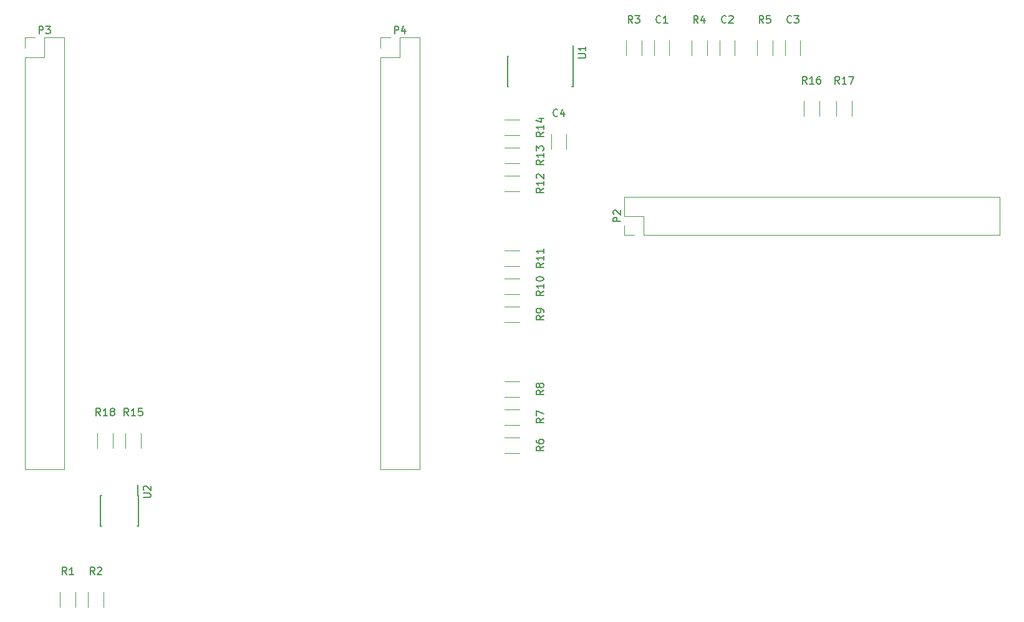
<source format=gbr>
G04 #@! TF.FileFunction,Legend,Top*
%FSLAX46Y46*%
G04 Gerber Fmt 4.6, Leading zero omitted, Abs format (unit mm)*
G04 Created by KiCad (PCBNEW 4.0.3-stable) date 05/01/17 14:40:03*
%MOMM*%
%LPD*%
G01*
G04 APERTURE LIST*
%ADD10C,0.100000*%
%ADD11C,0.120000*%
%ADD12C,0.150000*%
G04 APERTURE END LIST*
D10*
D11*
X43060000Y-28575000D02*
X43060000Y-84575000D01*
X43060000Y-84575000D02*
X48380000Y-84575000D01*
X48380000Y-84575000D02*
X48380000Y-25915000D01*
X48380000Y-25915000D02*
X45720000Y-25915000D01*
X45720000Y-25915000D02*
X45720000Y-28575000D01*
X45720000Y-28575000D02*
X43060000Y-28575000D01*
X43060000Y-27305000D02*
X43060000Y-25915000D01*
X43060000Y-25915000D02*
X44450000Y-25915000D01*
X91320000Y-28575000D02*
X91320000Y-84575000D01*
X91320000Y-84575000D02*
X96640000Y-84575000D01*
X96640000Y-84575000D02*
X96640000Y-25915000D01*
X96640000Y-25915000D02*
X93980000Y-25915000D01*
X93980000Y-25915000D02*
X93980000Y-28575000D01*
X93980000Y-28575000D02*
X91320000Y-28575000D01*
X91320000Y-27305000D02*
X91320000Y-25915000D01*
X91320000Y-25915000D02*
X92710000Y-25915000D01*
X130560000Y-28305000D02*
X130560000Y-26305000D01*
X128520000Y-26305000D02*
X128520000Y-28305000D01*
X139450000Y-28305000D02*
X139450000Y-26305000D01*
X137410000Y-26305000D02*
X137410000Y-28305000D01*
X148340000Y-28305000D02*
X148340000Y-26305000D01*
X146300000Y-26305000D02*
X146300000Y-28305000D01*
X116590000Y-41005000D02*
X116590000Y-39005000D01*
X114550000Y-39005000D02*
X114550000Y-41005000D01*
X127076200Y-52752300D02*
X175396200Y-52752300D01*
X175396200Y-52752300D02*
X175396200Y-47552300D01*
X175396200Y-47552300D02*
X124476200Y-47552300D01*
X124476200Y-47552300D02*
X124476200Y-50152300D01*
X124476200Y-50152300D02*
X127076200Y-50152300D01*
X127076200Y-50152300D02*
X127076200Y-52752300D01*
X125806200Y-52752300D02*
X124476200Y-52752300D01*
X124476200Y-52752300D02*
X124476200Y-51422300D01*
X58855000Y-79645000D02*
X58855000Y-81645000D01*
X56715000Y-81645000D02*
X56715000Y-79645000D01*
X55045000Y-79645000D02*
X55045000Y-81645000D01*
X52905000Y-81645000D02*
X52905000Y-79645000D01*
D12*
X58455000Y-88095000D02*
X58405000Y-88095000D01*
X58455000Y-92245000D02*
X58310000Y-92245000D01*
X53305000Y-92245000D02*
X53450000Y-92245000D01*
X53305000Y-88095000D02*
X53450000Y-88095000D01*
X58455000Y-88095000D02*
X58455000Y-92245000D01*
X53305000Y-88095000D02*
X53305000Y-92245000D01*
X58405000Y-88095000D02*
X58405000Y-86695000D01*
X117480000Y-28405000D02*
X117455000Y-28405000D01*
X117480000Y-32555000D02*
X117365000Y-32555000D01*
X108580000Y-32555000D02*
X108695000Y-32555000D01*
X108580000Y-28405000D02*
X108695000Y-28405000D01*
X117480000Y-28405000D02*
X117480000Y-32555000D01*
X108580000Y-28405000D02*
X108580000Y-32555000D01*
X117455000Y-28405000D02*
X117455000Y-27030000D01*
D11*
X126800000Y-26305000D02*
X126800000Y-28305000D01*
X124660000Y-28305000D02*
X124660000Y-26305000D01*
X135690000Y-26305000D02*
X135690000Y-28305000D01*
X133550000Y-28305000D02*
X133550000Y-26305000D01*
X144580000Y-26305000D02*
X144580000Y-28305000D01*
X142440000Y-28305000D02*
X142440000Y-26305000D01*
X108220000Y-80210000D02*
X110220000Y-80210000D01*
X110220000Y-82350000D02*
X108220000Y-82350000D01*
X108220000Y-76400000D02*
X110220000Y-76400000D01*
X110220000Y-78540000D02*
X108220000Y-78540000D01*
X108220000Y-72590000D02*
X110220000Y-72590000D01*
X110220000Y-74730000D02*
X108220000Y-74730000D01*
X108220000Y-62430000D02*
X110220000Y-62430000D01*
X110220000Y-64570000D02*
X108220000Y-64570000D01*
X108220000Y-58620000D02*
X110220000Y-58620000D01*
X110220000Y-60760000D02*
X108220000Y-60760000D01*
X108220000Y-54810000D02*
X110220000Y-54810000D01*
X110220000Y-56950000D02*
X108220000Y-56950000D01*
X108220000Y-44650000D02*
X110220000Y-44650000D01*
X110220000Y-46790000D02*
X108220000Y-46790000D01*
X108220000Y-40840000D02*
X110220000Y-40840000D01*
X110220000Y-42980000D02*
X108220000Y-42980000D01*
X108220000Y-37030000D02*
X110220000Y-37030000D01*
X110220000Y-39170000D02*
X108220000Y-39170000D01*
X150930000Y-34560000D02*
X150930000Y-36560000D01*
X148790000Y-36560000D02*
X148790000Y-34560000D01*
X155375000Y-34560000D02*
X155375000Y-36560000D01*
X153235000Y-36560000D02*
X153235000Y-34560000D01*
X49965000Y-101235000D02*
X49965000Y-103235000D01*
X47825000Y-103235000D02*
X47825000Y-101235000D01*
X53775000Y-101235000D02*
X53775000Y-103235000D01*
X51635000Y-103235000D02*
X51635000Y-101235000D01*
D12*
X44981905Y-25367381D02*
X44981905Y-24367381D01*
X45362858Y-24367381D01*
X45458096Y-24415000D01*
X45505715Y-24462619D01*
X45553334Y-24557857D01*
X45553334Y-24700714D01*
X45505715Y-24795952D01*
X45458096Y-24843571D01*
X45362858Y-24891190D01*
X44981905Y-24891190D01*
X45886667Y-24367381D02*
X46505715Y-24367381D01*
X46172381Y-24748333D01*
X46315239Y-24748333D01*
X46410477Y-24795952D01*
X46458096Y-24843571D01*
X46505715Y-24938810D01*
X46505715Y-25176905D01*
X46458096Y-25272143D01*
X46410477Y-25319762D01*
X46315239Y-25367381D01*
X46029524Y-25367381D01*
X45934286Y-25319762D01*
X45886667Y-25272143D01*
X93241905Y-25367381D02*
X93241905Y-24367381D01*
X93622858Y-24367381D01*
X93718096Y-24415000D01*
X93765715Y-24462619D01*
X93813334Y-24557857D01*
X93813334Y-24700714D01*
X93765715Y-24795952D01*
X93718096Y-24843571D01*
X93622858Y-24891190D01*
X93241905Y-24891190D01*
X94670477Y-24700714D02*
X94670477Y-25367381D01*
X94432381Y-24319762D02*
X94194286Y-25034048D01*
X94813334Y-25034048D01*
X129373334Y-23852143D02*
X129325715Y-23899762D01*
X129182858Y-23947381D01*
X129087620Y-23947381D01*
X128944762Y-23899762D01*
X128849524Y-23804524D01*
X128801905Y-23709286D01*
X128754286Y-23518810D01*
X128754286Y-23375952D01*
X128801905Y-23185476D01*
X128849524Y-23090238D01*
X128944762Y-22995000D01*
X129087620Y-22947381D01*
X129182858Y-22947381D01*
X129325715Y-22995000D01*
X129373334Y-23042619D01*
X130325715Y-23947381D02*
X129754286Y-23947381D01*
X130040000Y-23947381D02*
X130040000Y-22947381D01*
X129944762Y-23090238D01*
X129849524Y-23185476D01*
X129754286Y-23233095D01*
X138263334Y-23852143D02*
X138215715Y-23899762D01*
X138072858Y-23947381D01*
X137977620Y-23947381D01*
X137834762Y-23899762D01*
X137739524Y-23804524D01*
X137691905Y-23709286D01*
X137644286Y-23518810D01*
X137644286Y-23375952D01*
X137691905Y-23185476D01*
X137739524Y-23090238D01*
X137834762Y-22995000D01*
X137977620Y-22947381D01*
X138072858Y-22947381D01*
X138215715Y-22995000D01*
X138263334Y-23042619D01*
X138644286Y-23042619D02*
X138691905Y-22995000D01*
X138787143Y-22947381D01*
X139025239Y-22947381D01*
X139120477Y-22995000D01*
X139168096Y-23042619D01*
X139215715Y-23137857D01*
X139215715Y-23233095D01*
X139168096Y-23375952D01*
X138596667Y-23947381D01*
X139215715Y-23947381D01*
X147153334Y-23852143D02*
X147105715Y-23899762D01*
X146962858Y-23947381D01*
X146867620Y-23947381D01*
X146724762Y-23899762D01*
X146629524Y-23804524D01*
X146581905Y-23709286D01*
X146534286Y-23518810D01*
X146534286Y-23375952D01*
X146581905Y-23185476D01*
X146629524Y-23090238D01*
X146724762Y-22995000D01*
X146867620Y-22947381D01*
X146962858Y-22947381D01*
X147105715Y-22995000D01*
X147153334Y-23042619D01*
X147486667Y-22947381D02*
X148105715Y-22947381D01*
X147772381Y-23328333D01*
X147915239Y-23328333D01*
X148010477Y-23375952D01*
X148058096Y-23423571D01*
X148105715Y-23518810D01*
X148105715Y-23756905D01*
X148058096Y-23852143D01*
X148010477Y-23899762D01*
X147915239Y-23947381D01*
X147629524Y-23947381D01*
X147534286Y-23899762D01*
X147486667Y-23852143D01*
X115403334Y-36552143D02*
X115355715Y-36599762D01*
X115212858Y-36647381D01*
X115117620Y-36647381D01*
X114974762Y-36599762D01*
X114879524Y-36504524D01*
X114831905Y-36409286D01*
X114784286Y-36218810D01*
X114784286Y-36075952D01*
X114831905Y-35885476D01*
X114879524Y-35790238D01*
X114974762Y-35695000D01*
X115117620Y-35647381D01*
X115212858Y-35647381D01*
X115355715Y-35695000D01*
X115403334Y-35742619D01*
X116260477Y-35980714D02*
X116260477Y-36647381D01*
X116022381Y-35599762D02*
X115784286Y-36314048D01*
X116403334Y-36314048D01*
X123928581Y-50890395D02*
X122928581Y-50890395D01*
X122928581Y-50509442D01*
X122976200Y-50414204D01*
X123023819Y-50366585D01*
X123119057Y-50318966D01*
X123261914Y-50318966D01*
X123357152Y-50366585D01*
X123404771Y-50414204D01*
X123452390Y-50509442D01*
X123452390Y-50890395D01*
X123023819Y-49938014D02*
X122976200Y-49890395D01*
X122928581Y-49795157D01*
X122928581Y-49557061D01*
X122976200Y-49461823D01*
X123023819Y-49414204D01*
X123119057Y-49366585D01*
X123214295Y-49366585D01*
X123357152Y-49414204D01*
X123928581Y-49985633D01*
X123928581Y-49366585D01*
X57142143Y-77287381D02*
X56808809Y-76811190D01*
X56570714Y-77287381D02*
X56570714Y-76287381D01*
X56951667Y-76287381D01*
X57046905Y-76335000D01*
X57094524Y-76382619D01*
X57142143Y-76477857D01*
X57142143Y-76620714D01*
X57094524Y-76715952D01*
X57046905Y-76763571D01*
X56951667Y-76811190D01*
X56570714Y-76811190D01*
X58094524Y-77287381D02*
X57523095Y-77287381D01*
X57808809Y-77287381D02*
X57808809Y-76287381D01*
X57713571Y-76430238D01*
X57618333Y-76525476D01*
X57523095Y-76573095D01*
X58999286Y-76287381D02*
X58523095Y-76287381D01*
X58475476Y-76763571D01*
X58523095Y-76715952D01*
X58618333Y-76668333D01*
X58856429Y-76668333D01*
X58951667Y-76715952D01*
X58999286Y-76763571D01*
X59046905Y-76858810D01*
X59046905Y-77096905D01*
X58999286Y-77192143D01*
X58951667Y-77239762D01*
X58856429Y-77287381D01*
X58618333Y-77287381D01*
X58523095Y-77239762D01*
X58475476Y-77192143D01*
X53332143Y-77287381D02*
X52998809Y-76811190D01*
X52760714Y-77287381D02*
X52760714Y-76287381D01*
X53141667Y-76287381D01*
X53236905Y-76335000D01*
X53284524Y-76382619D01*
X53332143Y-76477857D01*
X53332143Y-76620714D01*
X53284524Y-76715952D01*
X53236905Y-76763571D01*
X53141667Y-76811190D01*
X52760714Y-76811190D01*
X54284524Y-77287381D02*
X53713095Y-77287381D01*
X53998809Y-77287381D02*
X53998809Y-76287381D01*
X53903571Y-76430238D01*
X53808333Y-76525476D01*
X53713095Y-76573095D01*
X54855952Y-76715952D02*
X54760714Y-76668333D01*
X54713095Y-76620714D01*
X54665476Y-76525476D01*
X54665476Y-76477857D01*
X54713095Y-76382619D01*
X54760714Y-76335000D01*
X54855952Y-76287381D01*
X55046429Y-76287381D01*
X55141667Y-76335000D01*
X55189286Y-76382619D01*
X55236905Y-76477857D01*
X55236905Y-76525476D01*
X55189286Y-76620714D01*
X55141667Y-76668333D01*
X55046429Y-76715952D01*
X54855952Y-76715952D01*
X54760714Y-76763571D01*
X54713095Y-76811190D01*
X54665476Y-76906429D01*
X54665476Y-77096905D01*
X54713095Y-77192143D01*
X54760714Y-77239762D01*
X54855952Y-77287381D01*
X55046429Y-77287381D01*
X55141667Y-77239762D01*
X55189286Y-77192143D01*
X55236905Y-77096905D01*
X55236905Y-76906429D01*
X55189286Y-76811190D01*
X55141667Y-76763571D01*
X55046429Y-76715952D01*
X59142381Y-88391905D02*
X59951905Y-88391905D01*
X60047143Y-88344286D01*
X60094762Y-88296667D01*
X60142381Y-88201429D01*
X60142381Y-88010952D01*
X60094762Y-87915714D01*
X60047143Y-87868095D01*
X59951905Y-87820476D01*
X59142381Y-87820476D01*
X59237619Y-87391905D02*
X59190000Y-87344286D01*
X59142381Y-87249048D01*
X59142381Y-87010952D01*
X59190000Y-86915714D01*
X59237619Y-86868095D01*
X59332857Y-86820476D01*
X59428095Y-86820476D01*
X59570952Y-86868095D01*
X60142381Y-87439524D01*
X60142381Y-86820476D01*
X118197381Y-28701905D02*
X119006905Y-28701905D01*
X119102143Y-28654286D01*
X119149762Y-28606667D01*
X119197381Y-28511429D01*
X119197381Y-28320952D01*
X119149762Y-28225714D01*
X119102143Y-28178095D01*
X119006905Y-28130476D01*
X118197381Y-28130476D01*
X119197381Y-27130476D02*
X119197381Y-27701905D01*
X119197381Y-27416191D02*
X118197381Y-27416191D01*
X118340238Y-27511429D01*
X118435476Y-27606667D01*
X118483095Y-27701905D01*
X125563334Y-23947381D02*
X125230000Y-23471190D01*
X124991905Y-23947381D02*
X124991905Y-22947381D01*
X125372858Y-22947381D01*
X125468096Y-22995000D01*
X125515715Y-23042619D01*
X125563334Y-23137857D01*
X125563334Y-23280714D01*
X125515715Y-23375952D01*
X125468096Y-23423571D01*
X125372858Y-23471190D01*
X124991905Y-23471190D01*
X125896667Y-22947381D02*
X126515715Y-22947381D01*
X126182381Y-23328333D01*
X126325239Y-23328333D01*
X126420477Y-23375952D01*
X126468096Y-23423571D01*
X126515715Y-23518810D01*
X126515715Y-23756905D01*
X126468096Y-23852143D01*
X126420477Y-23899762D01*
X126325239Y-23947381D01*
X126039524Y-23947381D01*
X125944286Y-23899762D01*
X125896667Y-23852143D01*
X134453334Y-23947381D02*
X134120000Y-23471190D01*
X133881905Y-23947381D02*
X133881905Y-22947381D01*
X134262858Y-22947381D01*
X134358096Y-22995000D01*
X134405715Y-23042619D01*
X134453334Y-23137857D01*
X134453334Y-23280714D01*
X134405715Y-23375952D01*
X134358096Y-23423571D01*
X134262858Y-23471190D01*
X133881905Y-23471190D01*
X135310477Y-23280714D02*
X135310477Y-23947381D01*
X135072381Y-22899762D02*
X134834286Y-23614048D01*
X135453334Y-23614048D01*
X143343334Y-23947381D02*
X143010000Y-23471190D01*
X142771905Y-23947381D02*
X142771905Y-22947381D01*
X143152858Y-22947381D01*
X143248096Y-22995000D01*
X143295715Y-23042619D01*
X143343334Y-23137857D01*
X143343334Y-23280714D01*
X143295715Y-23375952D01*
X143248096Y-23423571D01*
X143152858Y-23471190D01*
X142771905Y-23471190D01*
X144248096Y-22947381D02*
X143771905Y-22947381D01*
X143724286Y-23423571D01*
X143771905Y-23375952D01*
X143867143Y-23328333D01*
X144105239Y-23328333D01*
X144200477Y-23375952D01*
X144248096Y-23423571D01*
X144295715Y-23518810D01*
X144295715Y-23756905D01*
X144248096Y-23852143D01*
X144200477Y-23899762D01*
X144105239Y-23947381D01*
X143867143Y-23947381D01*
X143771905Y-23899762D01*
X143724286Y-23852143D01*
X113482381Y-81446666D02*
X113006190Y-81780000D01*
X113482381Y-82018095D02*
X112482381Y-82018095D01*
X112482381Y-81637142D01*
X112530000Y-81541904D01*
X112577619Y-81494285D01*
X112672857Y-81446666D01*
X112815714Y-81446666D01*
X112910952Y-81494285D01*
X112958571Y-81541904D01*
X113006190Y-81637142D01*
X113006190Y-82018095D01*
X112482381Y-80589523D02*
X112482381Y-80780000D01*
X112530000Y-80875238D01*
X112577619Y-80922857D01*
X112720476Y-81018095D01*
X112910952Y-81065714D01*
X113291905Y-81065714D01*
X113387143Y-81018095D01*
X113434762Y-80970476D01*
X113482381Y-80875238D01*
X113482381Y-80684761D01*
X113434762Y-80589523D01*
X113387143Y-80541904D01*
X113291905Y-80494285D01*
X113053810Y-80494285D01*
X112958571Y-80541904D01*
X112910952Y-80589523D01*
X112863333Y-80684761D01*
X112863333Y-80875238D01*
X112910952Y-80970476D01*
X112958571Y-81018095D01*
X113053810Y-81065714D01*
X113482381Y-77636666D02*
X113006190Y-77970000D01*
X113482381Y-78208095D02*
X112482381Y-78208095D01*
X112482381Y-77827142D01*
X112530000Y-77731904D01*
X112577619Y-77684285D01*
X112672857Y-77636666D01*
X112815714Y-77636666D01*
X112910952Y-77684285D01*
X112958571Y-77731904D01*
X113006190Y-77827142D01*
X113006190Y-78208095D01*
X112482381Y-77303333D02*
X112482381Y-76636666D01*
X113482381Y-77065238D01*
X113482381Y-73826666D02*
X113006190Y-74160000D01*
X113482381Y-74398095D02*
X112482381Y-74398095D01*
X112482381Y-74017142D01*
X112530000Y-73921904D01*
X112577619Y-73874285D01*
X112672857Y-73826666D01*
X112815714Y-73826666D01*
X112910952Y-73874285D01*
X112958571Y-73921904D01*
X113006190Y-74017142D01*
X113006190Y-74398095D01*
X112910952Y-73255238D02*
X112863333Y-73350476D01*
X112815714Y-73398095D01*
X112720476Y-73445714D01*
X112672857Y-73445714D01*
X112577619Y-73398095D01*
X112530000Y-73350476D01*
X112482381Y-73255238D01*
X112482381Y-73064761D01*
X112530000Y-72969523D01*
X112577619Y-72921904D01*
X112672857Y-72874285D01*
X112720476Y-72874285D01*
X112815714Y-72921904D01*
X112863333Y-72969523D01*
X112910952Y-73064761D01*
X112910952Y-73255238D01*
X112958571Y-73350476D01*
X113006190Y-73398095D01*
X113101429Y-73445714D01*
X113291905Y-73445714D01*
X113387143Y-73398095D01*
X113434762Y-73350476D01*
X113482381Y-73255238D01*
X113482381Y-73064761D01*
X113434762Y-72969523D01*
X113387143Y-72921904D01*
X113291905Y-72874285D01*
X113101429Y-72874285D01*
X113006190Y-72921904D01*
X112958571Y-72969523D01*
X112910952Y-73064761D01*
X113482381Y-63666666D02*
X113006190Y-64000000D01*
X113482381Y-64238095D02*
X112482381Y-64238095D01*
X112482381Y-63857142D01*
X112530000Y-63761904D01*
X112577619Y-63714285D01*
X112672857Y-63666666D01*
X112815714Y-63666666D01*
X112910952Y-63714285D01*
X112958571Y-63761904D01*
X113006190Y-63857142D01*
X113006190Y-64238095D01*
X113482381Y-63190476D02*
X113482381Y-63000000D01*
X113434762Y-62904761D01*
X113387143Y-62857142D01*
X113244286Y-62761904D01*
X113053810Y-62714285D01*
X112672857Y-62714285D01*
X112577619Y-62761904D01*
X112530000Y-62809523D01*
X112482381Y-62904761D01*
X112482381Y-63095238D01*
X112530000Y-63190476D01*
X112577619Y-63238095D01*
X112672857Y-63285714D01*
X112910952Y-63285714D01*
X113006190Y-63238095D01*
X113053810Y-63190476D01*
X113101429Y-63095238D01*
X113101429Y-62904761D01*
X113053810Y-62809523D01*
X113006190Y-62761904D01*
X112910952Y-62714285D01*
X113482381Y-60332857D02*
X113006190Y-60666191D01*
X113482381Y-60904286D02*
X112482381Y-60904286D01*
X112482381Y-60523333D01*
X112530000Y-60428095D01*
X112577619Y-60380476D01*
X112672857Y-60332857D01*
X112815714Y-60332857D01*
X112910952Y-60380476D01*
X112958571Y-60428095D01*
X113006190Y-60523333D01*
X113006190Y-60904286D01*
X113482381Y-59380476D02*
X113482381Y-59951905D01*
X113482381Y-59666191D02*
X112482381Y-59666191D01*
X112625238Y-59761429D01*
X112720476Y-59856667D01*
X112768095Y-59951905D01*
X112482381Y-58761429D02*
X112482381Y-58666190D01*
X112530000Y-58570952D01*
X112577619Y-58523333D01*
X112672857Y-58475714D01*
X112863333Y-58428095D01*
X113101429Y-58428095D01*
X113291905Y-58475714D01*
X113387143Y-58523333D01*
X113434762Y-58570952D01*
X113482381Y-58666190D01*
X113482381Y-58761429D01*
X113434762Y-58856667D01*
X113387143Y-58904286D01*
X113291905Y-58951905D01*
X113101429Y-58999524D01*
X112863333Y-58999524D01*
X112672857Y-58951905D01*
X112577619Y-58904286D01*
X112530000Y-58856667D01*
X112482381Y-58761429D01*
X113482381Y-56522857D02*
X113006190Y-56856191D01*
X113482381Y-57094286D02*
X112482381Y-57094286D01*
X112482381Y-56713333D01*
X112530000Y-56618095D01*
X112577619Y-56570476D01*
X112672857Y-56522857D01*
X112815714Y-56522857D01*
X112910952Y-56570476D01*
X112958571Y-56618095D01*
X113006190Y-56713333D01*
X113006190Y-57094286D01*
X113482381Y-55570476D02*
X113482381Y-56141905D01*
X113482381Y-55856191D02*
X112482381Y-55856191D01*
X112625238Y-55951429D01*
X112720476Y-56046667D01*
X112768095Y-56141905D01*
X113482381Y-54618095D02*
X113482381Y-55189524D01*
X113482381Y-54903810D02*
X112482381Y-54903810D01*
X112625238Y-54999048D01*
X112720476Y-55094286D01*
X112768095Y-55189524D01*
X113482381Y-46362857D02*
X113006190Y-46696191D01*
X113482381Y-46934286D02*
X112482381Y-46934286D01*
X112482381Y-46553333D01*
X112530000Y-46458095D01*
X112577619Y-46410476D01*
X112672857Y-46362857D01*
X112815714Y-46362857D01*
X112910952Y-46410476D01*
X112958571Y-46458095D01*
X113006190Y-46553333D01*
X113006190Y-46934286D01*
X113482381Y-45410476D02*
X113482381Y-45981905D01*
X113482381Y-45696191D02*
X112482381Y-45696191D01*
X112625238Y-45791429D01*
X112720476Y-45886667D01*
X112768095Y-45981905D01*
X112577619Y-45029524D02*
X112530000Y-44981905D01*
X112482381Y-44886667D01*
X112482381Y-44648571D01*
X112530000Y-44553333D01*
X112577619Y-44505714D01*
X112672857Y-44458095D01*
X112768095Y-44458095D01*
X112910952Y-44505714D01*
X113482381Y-45077143D01*
X113482381Y-44458095D01*
X113482381Y-42552857D02*
X113006190Y-42886191D01*
X113482381Y-43124286D02*
X112482381Y-43124286D01*
X112482381Y-42743333D01*
X112530000Y-42648095D01*
X112577619Y-42600476D01*
X112672857Y-42552857D01*
X112815714Y-42552857D01*
X112910952Y-42600476D01*
X112958571Y-42648095D01*
X113006190Y-42743333D01*
X113006190Y-43124286D01*
X113482381Y-41600476D02*
X113482381Y-42171905D01*
X113482381Y-41886191D02*
X112482381Y-41886191D01*
X112625238Y-41981429D01*
X112720476Y-42076667D01*
X112768095Y-42171905D01*
X112482381Y-41267143D02*
X112482381Y-40648095D01*
X112863333Y-40981429D01*
X112863333Y-40838571D01*
X112910952Y-40743333D01*
X112958571Y-40695714D01*
X113053810Y-40648095D01*
X113291905Y-40648095D01*
X113387143Y-40695714D01*
X113434762Y-40743333D01*
X113482381Y-40838571D01*
X113482381Y-41124286D01*
X113434762Y-41219524D01*
X113387143Y-41267143D01*
X113482381Y-38742857D02*
X113006190Y-39076191D01*
X113482381Y-39314286D02*
X112482381Y-39314286D01*
X112482381Y-38933333D01*
X112530000Y-38838095D01*
X112577619Y-38790476D01*
X112672857Y-38742857D01*
X112815714Y-38742857D01*
X112910952Y-38790476D01*
X112958571Y-38838095D01*
X113006190Y-38933333D01*
X113006190Y-39314286D01*
X113482381Y-37790476D02*
X113482381Y-38361905D01*
X113482381Y-38076191D02*
X112482381Y-38076191D01*
X112625238Y-38171429D01*
X112720476Y-38266667D01*
X112768095Y-38361905D01*
X112815714Y-36933333D02*
X113482381Y-36933333D01*
X112434762Y-37171429D02*
X113149048Y-37409524D01*
X113149048Y-36790476D01*
X149217143Y-32202381D02*
X148883809Y-31726190D01*
X148645714Y-32202381D02*
X148645714Y-31202381D01*
X149026667Y-31202381D01*
X149121905Y-31250000D01*
X149169524Y-31297619D01*
X149217143Y-31392857D01*
X149217143Y-31535714D01*
X149169524Y-31630952D01*
X149121905Y-31678571D01*
X149026667Y-31726190D01*
X148645714Y-31726190D01*
X150169524Y-32202381D02*
X149598095Y-32202381D01*
X149883809Y-32202381D02*
X149883809Y-31202381D01*
X149788571Y-31345238D01*
X149693333Y-31440476D01*
X149598095Y-31488095D01*
X151026667Y-31202381D02*
X150836190Y-31202381D01*
X150740952Y-31250000D01*
X150693333Y-31297619D01*
X150598095Y-31440476D01*
X150550476Y-31630952D01*
X150550476Y-32011905D01*
X150598095Y-32107143D01*
X150645714Y-32154762D01*
X150740952Y-32202381D01*
X150931429Y-32202381D01*
X151026667Y-32154762D01*
X151074286Y-32107143D01*
X151121905Y-32011905D01*
X151121905Y-31773810D01*
X151074286Y-31678571D01*
X151026667Y-31630952D01*
X150931429Y-31583333D01*
X150740952Y-31583333D01*
X150645714Y-31630952D01*
X150598095Y-31678571D01*
X150550476Y-31773810D01*
X153662143Y-32202381D02*
X153328809Y-31726190D01*
X153090714Y-32202381D02*
X153090714Y-31202381D01*
X153471667Y-31202381D01*
X153566905Y-31250000D01*
X153614524Y-31297619D01*
X153662143Y-31392857D01*
X153662143Y-31535714D01*
X153614524Y-31630952D01*
X153566905Y-31678571D01*
X153471667Y-31726190D01*
X153090714Y-31726190D01*
X154614524Y-32202381D02*
X154043095Y-32202381D01*
X154328809Y-32202381D02*
X154328809Y-31202381D01*
X154233571Y-31345238D01*
X154138333Y-31440476D01*
X154043095Y-31488095D01*
X154947857Y-31202381D02*
X155614524Y-31202381D01*
X155185952Y-32202381D01*
X48728334Y-98877381D02*
X48395000Y-98401190D01*
X48156905Y-98877381D02*
X48156905Y-97877381D01*
X48537858Y-97877381D01*
X48633096Y-97925000D01*
X48680715Y-97972619D01*
X48728334Y-98067857D01*
X48728334Y-98210714D01*
X48680715Y-98305952D01*
X48633096Y-98353571D01*
X48537858Y-98401190D01*
X48156905Y-98401190D01*
X49680715Y-98877381D02*
X49109286Y-98877381D01*
X49395000Y-98877381D02*
X49395000Y-97877381D01*
X49299762Y-98020238D01*
X49204524Y-98115476D01*
X49109286Y-98163095D01*
X52538334Y-98877381D02*
X52205000Y-98401190D01*
X51966905Y-98877381D02*
X51966905Y-97877381D01*
X52347858Y-97877381D01*
X52443096Y-97925000D01*
X52490715Y-97972619D01*
X52538334Y-98067857D01*
X52538334Y-98210714D01*
X52490715Y-98305952D01*
X52443096Y-98353571D01*
X52347858Y-98401190D01*
X51966905Y-98401190D01*
X52919286Y-97972619D02*
X52966905Y-97925000D01*
X53062143Y-97877381D01*
X53300239Y-97877381D01*
X53395477Y-97925000D01*
X53443096Y-97972619D01*
X53490715Y-98067857D01*
X53490715Y-98163095D01*
X53443096Y-98305952D01*
X52871667Y-98877381D01*
X53490715Y-98877381D01*
M02*

</source>
